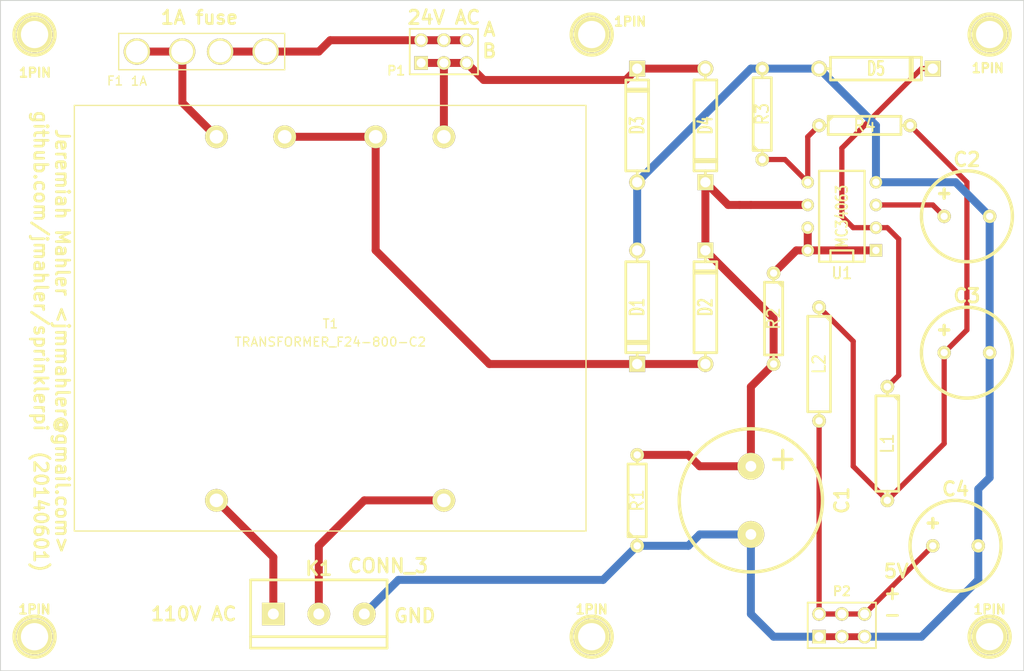
<source format=kicad_pcb>
(kicad_pcb (version 3) (host pcbnew "(2013-jul-07)-stable")

  (general
    (links 49)
    (no_connects 0)
    (area 66.810001 60.274999 201.345001 135.305001)
    (thickness 1.6)
    (drawings 11)
    (tracks 96)
    (zones 0)
    (modules 27)
    (nets 15)
  )

  (page USLetter)
  (layers
    (15 F.Cu signal)
    (0 B.Cu signal)
    (16 B.Adhes user)
    (17 F.Adhes user)
    (18 B.Paste user)
    (19 F.Paste user)
    (20 B.SilkS user)
    (21 F.SilkS user)
    (22 B.Mask user)
    (23 F.Mask user)
    (24 Dwgs.User user)
    (25 Cmts.User user)
    (26 Eco1.User user)
    (27 Eco2.User user)
    (28 Edge.Cuts user)
  )

  (setup
    (last_trace_width 0.889)
    (user_trace_width 0.254)
    (user_trace_width 0.3048)
    (user_trace_width 0.381)
    (user_trace_width 0.5842)
    (user_trace_width 0.762)
    (user_trace_width 0.889)
    (trace_clearance 0.254)
    (zone_clearance 0.508)
    (zone_45_only no)
    (trace_min 0.254)
    (segment_width 0.2)
    (edge_width 0.1)
    (via_size 0.889)
    (via_drill 0.635)
    (via_min_size 0.889)
    (via_min_drill 0.508)
    (user_via 1.905 0.508)
    (uvia_size 0.508)
    (uvia_drill 0.127)
    (uvias_allowed no)
    (uvia_min_size 0.508)
    (uvia_min_drill 0.127)
    (pcb_text_width 0.3)
    (pcb_text_size 1.5 1.5)
    (mod_edge_width 0.15)
    (mod_text_size 1 1)
    (mod_text_width 0.15)
    (pad_size 2.9464 2.9464)
    (pad_drill 2.4384)
    (pad_to_mask_clearance 0)
    (aux_axis_origin 0 0)
    (visible_elements FFFFFFBF)
    (pcbplotparams
      (layerselection 3178497)
      (usegerberextensions true)
      (excludeedgelayer true)
      (linewidth 0.150000)
      (plotframeref false)
      (viasonmask false)
      (mode 1)
      (useauxorigin false)
      (hpglpennumber 1)
      (hpglpenspeed 20)
      (hpglpendiameter 15)
      (hpglpenoverlay 2)
      (psnegative false)
      (psa4output false)
      (plotreference true)
      (plotvalue true)
      (plotothertext true)
      (plotinvisibletext false)
      (padsonsilk false)
      (subtractmaskfromsilk false)
      (outputformat 1)
      (mirror false)
      (drillshape 1)
      (scaleselection 1)
      (outputdirectory ""))
  )

  (net 0 "")
  (net 1 GND)
  (net 2 N-000001)
  (net 3 N-0000010)
  (net 4 N-0000012)
  (net 5 N-0000013)
  (net 6 N-0000014)
  (net 7 N-0000015)
  (net 8 N-000002)
  (net 9 N-000003)
  (net 10 N-000004)
  (net 11 N-000005)
  (net 12 N-000006)
  (net 13 N-000008)
  (net 14 N-000009)

  (net_class Default "This is the default net class."
    (clearance 0.254)
    (trace_width 0.254)
    (via_dia 0.889)
    (via_drill 0.635)
    (uvia_dia 0.508)
    (uvia_drill 0.127)
    (add_net "")
    (add_net GND)
    (add_net N-000001)
    (add_net N-0000010)
    (add_net N-0000012)
    (add_net N-0000013)
    (add_net N-0000014)
    (add_net N-0000015)
    (add_net N-000002)
    (add_net N-000003)
    (add_net N-000004)
    (add_net N-000005)
    (add_net N-000006)
    (add_net N-000008)
    (add_net N-000009)
  )

  (module TRANSFORMER_F24-800-C2 (layer F.Cu) (tedit 52CA3D01) (tstamp 52CAF668)
    (at 123.825 75.565)
    (path /52CB0ADB)
    (fp_text reference T1 (at 0.0254 20.9042) (layer F.SilkS)
      (effects (font (size 1 1) (thickness 0.15)))
    )
    (fp_text value TRANSFORMER_F24-800-C2 (at 0.0254 22.9362) (layer F.SilkS)
      (effects (font (size 1 1) (thickness 0.15)))
    )
    (fp_line (start -28.575 -3.5052) (end 28.575 -3.5052) (layer F.SilkS) (width 0.15))
    (fp_line (start 28.575 -3.5052) (end 28.575 44.069) (layer F.SilkS) (width 0.15))
    (fp_line (start 28.575 44.069) (end -28.575 44.069) (layer F.SilkS) (width 0.15))
    (fp_line (start -28.575 44.069) (end -28.575 -3.5052) (layer F.SilkS) (width 0.15))
    (pad 1 thru_hole circle (at -12.7 40.64) (size 2.54 2.54) (drill 1.524)
      (layers *.Cu *.Mask F.SilkS)
      (net 11 N-000005)
    )
    (pad 5 thru_hole circle (at -12.7 0) (size 2.54 2.54) (drill 1.524)
      (layers *.Cu *.Mask F.SilkS)
      (net 8 N-000002)
    )
    (pad 6 thru_hole circle (at -5.08 0) (size 2.54 2.54) (drill 1.524)
      (layers *.Cu *.Mask F.SilkS)
      (net 10 N-000004)
    )
    (pad 7 thru_hole circle (at 5.08 0) (size 2.54 2.54) (drill 1.524)
      (layers *.Cu *.Mask F.SilkS)
      (net 10 N-000004)
    )
    (pad 8 thru_hole circle (at 12.7 0) (size 2.54 2.54) (drill 1.524)
      (layers *.Cu *.Mask F.SilkS)
      (net 3 N-0000010)
    )
    (pad 4 thru_hole circle (at 12.7 40.64) (size 2.54 2.54) (drill 1.524)
      (layers *.Cu *.Mask F.SilkS)
      (net 9 N-000003)
    )
  )

  (module R5 (layer F.Cu) (tedit 200000) (tstamp 52CAF675)
    (at 186.055 109.855 270)
    (descr "Resistance 5 pas")
    (tags R)
    (path /52C7240C)
    (autoplace_cost180 10)
    (fp_text reference L1 (at 0 0 270) (layer F.SilkS)
      (effects (font (size 1.397 1.27) (thickness 0.2032)))
    )
    (fp_text value 220uH (at 0 0 270) (layer F.SilkS) hide
      (effects (font (size 1.397 1.27) (thickness 0.2032)))
    )
    (fp_line (start -6.35 0) (end -5.334 0) (layer F.SilkS) (width 0.3048))
    (fp_line (start 6.35 0) (end 5.334 0) (layer F.SilkS) (width 0.3048))
    (fp_line (start 5.334 -1.27) (end 5.334 1.27) (layer F.SilkS) (width 0.3048))
    (fp_line (start 5.334 1.27) (end -5.334 1.27) (layer F.SilkS) (width 0.3048))
    (fp_line (start -5.334 1.27) (end -5.334 -1.27) (layer F.SilkS) (width 0.3048))
    (fp_line (start -5.334 -1.27) (end 5.334 -1.27) (layer F.SilkS) (width 0.3048))
    (fp_line (start -5.334 -0.762) (end -4.826 -1.27) (layer F.SilkS) (width 0.3048))
    (pad 1 thru_hole circle (at -6.35 0 270) (size 1.524 1.524) (drill 0.8128)
      (layers *.Cu *.Mask F.SilkS)
      (net 4 N-0000012)
    )
    (pad 2 thru_hole circle (at 6.35 0 270) (size 1.524 1.524) (drill 0.8128)
      (layers *.Cu *.Mask F.SilkS)
      (net 6 N-0000014)
    )
    (model discret/resistor.wrl
      (at (xyz 0 0 0))
      (scale (xyz 0.5 0.5 0.5))
      (rotate (xyz 0 0 0))
    )
  )

  (module R5 (layer F.Cu) (tedit 200000) (tstamp 52CAFA4B)
    (at 178.435 100.965 270)
    (descr "Resistance 5 pas")
    (tags R)
    (path /52C7244C)
    (autoplace_cost180 10)
    (fp_text reference L2 (at 0 0 270) (layer F.SilkS)
      (effects (font (size 1.397 1.27) (thickness 0.2032)))
    )
    (fp_text value "1.0 uH" (at 0 0 270) (layer F.SilkS) hide
      (effects (font (size 1.397 1.27) (thickness 0.2032)))
    )
    (fp_line (start -6.35 0) (end -5.334 0) (layer F.SilkS) (width 0.3048))
    (fp_line (start 6.35 0) (end 5.334 0) (layer F.SilkS) (width 0.3048))
    (fp_line (start 5.334 -1.27) (end 5.334 1.27) (layer F.SilkS) (width 0.3048))
    (fp_line (start 5.334 1.27) (end -5.334 1.27) (layer F.SilkS) (width 0.3048))
    (fp_line (start -5.334 1.27) (end -5.334 -1.27) (layer F.SilkS) (width 0.3048))
    (fp_line (start -5.334 -1.27) (end 5.334 -1.27) (layer F.SilkS) (width 0.3048))
    (fp_line (start -5.334 -0.762) (end -4.826 -1.27) (layer F.SilkS) (width 0.3048))
    (pad 1 thru_hole circle (at -6.35 0 270) (size 1.524 1.524) (drill 0.8128)
      (layers *.Cu *.Mask F.SilkS)
      (net 6 N-0000014)
    )
    (pad 2 thru_hole circle (at 6.35 0 270) (size 1.524 1.524) (drill 0.8128)
      (layers *.Cu *.Mask F.SilkS)
      (net 12 N-000006)
    )
    (model discret/resistor.wrl
      (at (xyz 0 0 0))
      (scale (xyz 0.5 0.5 0.5))
      (rotate (xyz 0 0 0))
    )
  )

  (module R4 (layer F.Cu) (tedit 200000) (tstamp 52CAF690)
    (at 173.355 95.885 270)
    (descr "Resitance 4 pas")
    (tags R)
    (path /52C723D8)
    (autoplace_cost180 10)
    (fp_text reference R2 (at 0 0 270) (layer F.SilkS)
      (effects (font (size 1.397 1.27) (thickness 0.2032)))
    )
    (fp_text value 0.25 (at 0 0 270) (layer F.SilkS) hide
      (effects (font (size 1.397 1.27) (thickness 0.2032)))
    )
    (fp_line (start -5.08 0) (end -4.064 0) (layer F.SilkS) (width 0.3048))
    (fp_line (start -4.064 0) (end -4.064 -1.016) (layer F.SilkS) (width 0.3048))
    (fp_line (start -4.064 -1.016) (end 4.064 -1.016) (layer F.SilkS) (width 0.3048))
    (fp_line (start 4.064 -1.016) (end 4.064 1.016) (layer F.SilkS) (width 0.3048))
    (fp_line (start 4.064 1.016) (end -4.064 1.016) (layer F.SilkS) (width 0.3048))
    (fp_line (start -4.064 1.016) (end -4.064 0) (layer F.SilkS) (width 0.3048))
    (fp_line (start -4.064 -0.508) (end -3.556 -1.016) (layer F.SilkS) (width 0.3048))
    (fp_line (start 5.08 0) (end 4.064 0) (layer F.SilkS) (width 0.3048))
    (pad 1 thru_hole circle (at -5.08 0 270) (size 1.524 1.524) (drill 0.8128)
      (layers *.Cu *.Mask F.SilkS)
      (net 14 N-000009)
    )
    (pad 2 thru_hole circle (at 5.08 0 270) (size 1.524 1.524) (drill 0.8128)
      (layers *.Cu *.Mask F.SilkS)
      (net 7 N-0000015)
    )
    (model discret/resistor.wrl
      (at (xyz 0 0 0))
      (scale (xyz 0.4 0.4 0.4))
      (rotate (xyz 0 0 0))
    )
  )

  (module pin_array_3x2 (layer F.Cu) (tedit 42931587) (tstamp 52CAF6C8)
    (at 180.975 130.175)
    (descr "Double rangee de contacts 2 x 4 pins")
    (tags CONN)
    (path /52C76BB5)
    (fp_text reference P2 (at 0 -3.81) (layer F.SilkS)
      (effects (font (size 1.016 1.016) (thickness 0.2032)))
    )
    (fp_text value CONN_3X2 (at 0 3.81) (layer F.SilkS) hide
      (effects (font (size 1.016 1.016) (thickness 0.2032)))
    )
    (fp_line (start 3.81 2.54) (end -3.81 2.54) (layer F.SilkS) (width 0.2032))
    (fp_line (start -3.81 -2.54) (end 3.81 -2.54) (layer F.SilkS) (width 0.2032))
    (fp_line (start 3.81 -2.54) (end 3.81 2.54) (layer F.SilkS) (width 0.2032))
    (fp_line (start -3.81 2.54) (end -3.81 -2.54) (layer F.SilkS) (width 0.2032))
    (pad 1 thru_hole rect (at -2.54 1.27) (size 1.524 1.524) (drill 1.016)
      (layers *.Cu *.Mask F.SilkS)
      (net 1 GND)
    )
    (pad 2 thru_hole circle (at -2.54 -1.27) (size 1.524 1.524) (drill 1.016)
      (layers *.Cu *.Mask F.SilkS)
      (net 12 N-000006)
    )
    (pad 3 thru_hole circle (at 0 1.27) (size 1.524 1.524) (drill 1.016)
      (layers *.Cu *.Mask F.SilkS)
      (net 1 GND)
    )
    (pad 4 thru_hole circle (at 0 -1.27) (size 1.524 1.524) (drill 1.016)
      (layers *.Cu *.Mask F.SilkS)
      (net 12 N-000006)
    )
    (pad 5 thru_hole circle (at 2.54 1.27) (size 1.524 1.524) (drill 1.016)
      (layers *.Cu *.Mask F.SilkS)
      (net 1 GND)
    )
    (pad 6 thru_hole circle (at 2.54 -1.27) (size 1.524 1.524) (drill 1.016)
      (layers *.Cu *.Mask F.SilkS)
      (net 12 N-000006)
    )
    (model pin_array/pins_array_3x2.wrl
      (at (xyz 0 0 0))
      (scale (xyz 1 1 1))
      (rotate (xyz 0 0 0))
    )
  )

  (module pin_array_3x2 (layer F.Cu) (tedit 52CB4B85) (tstamp 52CAF6D6)
    (at 136.525 66.04)
    (descr "Double rangee de contacts 2 x 4 pins")
    (tags CONN)
    (path /52C767AF)
    (fp_text reference P1 (at -5.334 2.1336) (layer F.SilkS)
      (effects (font (size 1.016 1.016) (thickness 0.2032)))
    )
    (fp_text value CONN_3X2 (at 0 3.81) (layer F.SilkS) hide
      (effects (font (size 1.016 1.016) (thickness 0.2032)))
    )
    (fp_line (start 3.81 2.54) (end -3.81 2.54) (layer F.SilkS) (width 0.2032))
    (fp_line (start -3.81 -2.54) (end 3.81 -2.54) (layer F.SilkS) (width 0.2032))
    (fp_line (start 3.81 -2.54) (end 3.81 2.54) (layer F.SilkS) (width 0.2032))
    (fp_line (start -3.81 2.54) (end -3.81 -2.54) (layer F.SilkS) (width 0.2032))
    (pad 1 thru_hole rect (at -2.54 1.27) (size 1.524 1.524) (drill 1.016)
      (layers *.Cu *.Mask F.SilkS)
      (net 3 N-0000010)
    )
    (pad 2 thru_hole circle (at -2.54 -1.27) (size 1.524 1.524) (drill 1.016)
      (layers *.Cu *.Mask F.SilkS)
      (net 2 N-000001)
    )
    (pad 3 thru_hole circle (at 0 1.27) (size 1.524 1.524) (drill 1.016)
      (layers *.Cu *.Mask F.SilkS)
      (net 3 N-0000010)
    )
    (pad 4 thru_hole circle (at 0 -1.27) (size 1.524 1.524) (drill 1.016)
      (layers *.Cu *.Mask F.SilkS)
      (net 2 N-000001)
    )
    (pad 5 thru_hole circle (at 2.54 1.27) (size 1.524 1.524) (drill 1.016)
      (layers *.Cu *.Mask F.SilkS)
      (net 3 N-0000010)
    )
    (pad 6 thru_hole circle (at 2.54 -1.27) (size 1.524 1.524) (drill 1.016)
      (layers *.Cu *.Mask F.SilkS)
      (net 2 N-000001)
    )
    (model pin_array/pins_array_3x2.wrl
      (at (xyz 0 0 0))
      (scale (xyz 1 1 1))
      (rotate (xyz 0 0 0))
    )
  )

  (module Elko_vert_DM10_RM5_CopperClear (layer F.Cu) (tedit 4EFCDF72) (tstamp 52CAF6F4)
    (at 194.945 84.455)
    (descr "Electrolytic Capacitor, vertical, diameter 10mm, RM 5mm, Copper without +, radial,")
    (tags "Electrolytic Capacitor, vertical, diameter 10mm, RM 5mm, Elko, Electrolytkondensator, Kondensator gepolt, Durchmesser 10mm, Copper without +, radial,")
    (path /52C723F7)
    (fp_text reference C2 (at 0 -6.35) (layer F.SilkS)
      (effects (font (size 1.524 1.524) (thickness 0.3048)))
    )
    (fp_text value "470 pF" (at 0 6.35) (layer F.SilkS) hide
      (effects (font (size 1.524 1.524) (thickness 0.3048)))
    )
    (fp_line (start -2.54 -3.048) (end -2.54 -2.032) (layer F.SilkS) (width 0.381))
    (fp_line (start -3.048 -2.54) (end -2.032 -2.54) (layer F.SilkS) (width 0.381))
    (fp_circle (center 0 0) (end 5.08 0) (layer F.SilkS) (width 0.381))
    (pad 2 thru_hole circle (at 2.54 0) (size 1.50114 1.50114) (drill 0.8001)
      (layers *.Cu *.Mask F.SilkS)
      (net 1 GND)
    )
    (pad 1 thru_hole circle (at -2.54 0) (size 1.50114 1.50114) (drill 0.8001)
      (layers *.Cu *.Mask F.SilkS)
      (net 13 N-000008)
    )
  )

  (module Elko_vert_DM10_RM5_CopperClear (layer F.Cu) (tedit 4EFCDF72) (tstamp 52CAF6FD)
    (at 193.675 121.285)
    (descr "Electrolytic Capacitor, vertical, diameter 10mm, RM 5mm, Copper without +, radial,")
    (tags "Electrolytic Capacitor, vertical, diameter 10mm, RM 5mm, Elko, Electrolytkondensator, Kondensator gepolt, Durchmesser 10mm, Copper without +, radial,")
    (path /52C72452)
    (fp_text reference C4 (at 0 -6.35) (layer F.SilkS)
      (effects (font (size 1.524 1.524) (thickness 0.3048)))
    )
    (fp_text value "1.0 uF" (at 0 6.35) (layer F.SilkS) hide
      (effects (font (size 1.524 1.524) (thickness 0.3048)))
    )
    (fp_line (start -2.54 -3.048) (end -2.54 -2.032) (layer F.SilkS) (width 0.381))
    (fp_line (start -3.048 -2.54) (end -2.032 -2.54) (layer F.SilkS) (width 0.381))
    (fp_circle (center 0 0) (end 5.08 0) (layer F.SilkS) (width 0.381))
    (pad 2 thru_hole circle (at 2.54 0) (size 1.50114 1.50114) (drill 0.8001)
      (layers *.Cu *.Mask F.SilkS)
      (net 1 GND)
    )
    (pad 1 thru_hole circle (at -2.54 0) (size 1.50114 1.50114) (drill 0.8001)
      (layers *.Cu *.Mask F.SilkS)
      (net 12 N-000006)
    )
  )

  (module Elko_vert_DM10_RM5_CopperClear (layer F.Cu) (tedit 4EFCDF72) (tstamp 52CAF706)
    (at 194.945 99.695)
    (descr "Electrolytic Capacitor, vertical, diameter 10mm, RM 5mm, Copper without +, radial,")
    (tags "Electrolytic Capacitor, vertical, diameter 10mm, RM 5mm, Elko, Electrolytkondensator, Kondensator gepolt, Durchmesser 10mm, Copper without +, radial,")
    (path /52C72412)
    (fp_text reference C3 (at 0 -6.35) (layer F.SilkS)
      (effects (font (size 1.524 1.524) (thickness 0.3048)))
    )
    (fp_text value "180 uF" (at 0 6.35) (layer F.SilkS) hide
      (effects (font (size 1.524 1.524) (thickness 0.3048)))
    )
    (fp_line (start -2.54 -3.048) (end -2.54 -2.032) (layer F.SilkS) (width 0.381))
    (fp_line (start -3.048 -2.54) (end -2.032 -2.54) (layer F.SilkS) (width 0.381))
    (fp_circle (center 0 0) (end 5.08 0) (layer F.SilkS) (width 0.381))
    (pad 2 thru_hole circle (at 2.54 0) (size 1.50114 1.50114) (drill 0.8001)
      (layers *.Cu *.Mask F.SilkS)
      (net 1 GND)
    )
    (pad 1 thru_hole circle (at -2.54 0) (size 1.50114 1.50114) (drill 0.8001)
      (layers *.Cu *.Mask F.SilkS)
      (net 6 N-0000014)
    )
  )

  (module DIP-8__300 (layer F.Cu) (tedit 43A7F843) (tstamp 52CAF719)
    (at 180.975 84.455 90)
    (descr "8 pins DIL package, round pads")
    (tags DIL)
    (path /52C723B6)
    (fp_text reference U1 (at -6.35 0 180) (layer F.SilkS)
      (effects (font (size 1.27 1.143) (thickness 0.2032)))
    )
    (fp_text value MC34063 (at 0 0 90) (layer F.SilkS)
      (effects (font (size 1.27 1.016) (thickness 0.2032)))
    )
    (fp_line (start -5.08 -1.27) (end -3.81 -1.27) (layer F.SilkS) (width 0.254))
    (fp_line (start -3.81 -1.27) (end -3.81 1.27) (layer F.SilkS) (width 0.254))
    (fp_line (start -3.81 1.27) (end -5.08 1.27) (layer F.SilkS) (width 0.254))
    (fp_line (start -5.08 -2.54) (end 5.08 -2.54) (layer F.SilkS) (width 0.254))
    (fp_line (start 5.08 -2.54) (end 5.08 2.54) (layer F.SilkS) (width 0.254))
    (fp_line (start 5.08 2.54) (end -5.08 2.54) (layer F.SilkS) (width 0.254))
    (fp_line (start -5.08 2.54) (end -5.08 -2.54) (layer F.SilkS) (width 0.254))
    (pad 1 thru_hole rect (at -3.81 3.81 90) (size 1.397 1.397) (drill 0.8128)
      (layers *.Cu *.Mask F.SilkS)
      (net 14 N-000009)
    )
    (pad 2 thru_hole circle (at -1.27 3.81 90) (size 1.397 1.397) (drill 0.8128)
      (layers *.Cu *.Mask F.SilkS)
      (net 4 N-0000012)
    )
    (pad 3 thru_hole circle (at 1.27 3.81 90) (size 1.397 1.397) (drill 0.8128)
      (layers *.Cu *.Mask F.SilkS)
      (net 13 N-000008)
    )
    (pad 4 thru_hole circle (at 3.81 3.81 90) (size 1.397 1.397) (drill 0.8128)
      (layers *.Cu *.Mask F.SilkS)
      (net 1 GND)
    )
    (pad 5 thru_hole circle (at 3.81 -3.81 90) (size 1.397 1.397) (drill 0.8128)
      (layers *.Cu *.Mask F.SilkS)
      (net 5 N-0000013)
    )
    (pad 6 thru_hole circle (at 1.27 -3.81 90) (size 1.397 1.397) (drill 0.8128)
      (layers *.Cu *.Mask F.SilkS)
      (net 7 N-0000015)
    )
    (pad 7 thru_hole circle (at -1.27 -3.81 90) (size 1.397 1.397) (drill 0.8128)
      (layers *.Cu *.Mask F.SilkS)
      (net 14 N-000009)
    )
    (pad 8 thru_hole circle (at -3.81 -3.81 90) (size 1.397 1.397) (drill 0.8128)
      (layers *.Cu *.Mask F.SilkS)
      (net 14 N-000009)
    )
    (model dil/dil_8.wrl
      (at (xyz 0 0 0))
      (scale (xyz 1 1 1))
      (rotate (xyz 0 0 0))
    )
  )

  (module D5 (layer F.Cu) (tedit 200000) (tstamp 52CB2469)
    (at 184.785 67.945)
    (descr "Diode 5 pas")
    (tags "DIODE DEV")
    (path /52C72406)
    (fp_text reference D5 (at 0 0) (layer F.SilkS)
      (effects (font (size 1.524 1.016) (thickness 0.3048)))
    )
    (fp_text value 1N5819 (at -0.254 0) (layer F.SilkS) hide
      (effects (font (size 1.524 1.016) (thickness 0.3048)))
    )
    (fp_line (start 6.35 0) (end 5.08 0) (layer F.SilkS) (width 0.3048))
    (fp_line (start 5.08 0) (end 5.08 -1.27) (layer F.SilkS) (width 0.3048))
    (fp_line (start 5.08 -1.27) (end -5.08 -1.27) (layer F.SilkS) (width 0.3048))
    (fp_line (start -5.08 -1.27) (end -5.08 0) (layer F.SilkS) (width 0.3048))
    (fp_line (start -5.08 0) (end -6.35 0) (layer F.SilkS) (width 0.3048))
    (fp_line (start -5.08 0) (end -5.08 1.27) (layer F.SilkS) (width 0.3048))
    (fp_line (start -5.08 1.27) (end 5.08 1.27) (layer F.SilkS) (width 0.3048))
    (fp_line (start 5.08 1.27) (end 5.08 0) (layer F.SilkS) (width 0.3048))
    (fp_line (start 3.81 -1.27) (end 3.81 1.27) (layer F.SilkS) (width 0.3048))
    (fp_line (start 4.064 -1.27) (end 4.064 1.27) (layer F.SilkS) (width 0.3048))
    (pad 1 thru_hole circle (at -6.35 0) (size 1.778 1.778) (drill 1.143)
      (layers *.Cu *.Mask F.SilkS)
      (net 1 GND)
    )
    (pad 2 thru_hole rect (at 6.35 0) (size 1.778 1.778) (drill 1.143)
      (layers *.Cu *.Mask F.SilkS)
      (net 4 N-0000012)
    )
    (model discret/diode.wrl
      (at (xyz 0 0 0))
      (scale (xyz 0.5 0.5 0.5))
      (rotate (xyz 0 0 0))
    )
  )

  (module D5 (layer F.Cu) (tedit 200000) (tstamp 52CAF739)
    (at 158.115 94.615 270)
    (descr "Diode 5 pas")
    (tags "DIODE DEV")
    (path /52C723AA)
    (fp_text reference D1 (at 0 0 270) (layer F.SilkS)
      (effects (font (size 1.524 1.016) (thickness 0.3048)))
    )
    (fp_text value DIODE (at -0.254 0 270) (layer F.SilkS) hide
      (effects (font (size 1.524 1.016) (thickness 0.3048)))
    )
    (fp_line (start 6.35 0) (end 5.08 0) (layer F.SilkS) (width 0.3048))
    (fp_line (start 5.08 0) (end 5.08 -1.27) (layer F.SilkS) (width 0.3048))
    (fp_line (start 5.08 -1.27) (end -5.08 -1.27) (layer F.SilkS) (width 0.3048))
    (fp_line (start -5.08 -1.27) (end -5.08 0) (layer F.SilkS) (width 0.3048))
    (fp_line (start -5.08 0) (end -6.35 0) (layer F.SilkS) (width 0.3048))
    (fp_line (start -5.08 0) (end -5.08 1.27) (layer F.SilkS) (width 0.3048))
    (fp_line (start -5.08 1.27) (end 5.08 1.27) (layer F.SilkS) (width 0.3048))
    (fp_line (start 5.08 1.27) (end 5.08 0) (layer F.SilkS) (width 0.3048))
    (fp_line (start 3.81 -1.27) (end 3.81 1.27) (layer F.SilkS) (width 0.3048))
    (fp_line (start 4.064 -1.27) (end 4.064 1.27) (layer F.SilkS) (width 0.3048))
    (pad 1 thru_hole circle (at -6.35 0 270) (size 1.778 1.778) (drill 1.143)
      (layers *.Cu *.Mask F.SilkS)
      (net 1 GND)
    )
    (pad 2 thru_hole rect (at 6.35 0 270) (size 1.778 1.778) (drill 1.143)
      (layers *.Cu *.Mask F.SilkS)
      (net 10 N-000004)
    )
    (model discret/diode.wrl
      (at (xyz 0 0 0))
      (scale (xyz 0.5 0.5 0.5))
      (rotate (xyz 0 0 0))
    )
  )

  (module D5 (layer F.Cu) (tedit 200000) (tstamp 52CAF749)
    (at 165.735 74.295 270)
    (descr "Diode 5 pas")
    (tags "DIODE DEV")
    (path /52C723A4)
    (fp_text reference D4 (at 0 0 270) (layer F.SilkS)
      (effects (font (size 1.524 1.016) (thickness 0.3048)))
    )
    (fp_text value DIODE (at -0.254 0 270) (layer F.SilkS) hide
      (effects (font (size 1.524 1.016) (thickness 0.3048)))
    )
    (fp_line (start 6.35 0) (end 5.08 0) (layer F.SilkS) (width 0.3048))
    (fp_line (start 5.08 0) (end 5.08 -1.27) (layer F.SilkS) (width 0.3048))
    (fp_line (start 5.08 -1.27) (end -5.08 -1.27) (layer F.SilkS) (width 0.3048))
    (fp_line (start -5.08 -1.27) (end -5.08 0) (layer F.SilkS) (width 0.3048))
    (fp_line (start -5.08 0) (end -6.35 0) (layer F.SilkS) (width 0.3048))
    (fp_line (start -5.08 0) (end -5.08 1.27) (layer F.SilkS) (width 0.3048))
    (fp_line (start -5.08 1.27) (end 5.08 1.27) (layer F.SilkS) (width 0.3048))
    (fp_line (start 5.08 1.27) (end 5.08 0) (layer F.SilkS) (width 0.3048))
    (fp_line (start 3.81 -1.27) (end 3.81 1.27) (layer F.SilkS) (width 0.3048))
    (fp_line (start 4.064 -1.27) (end 4.064 1.27) (layer F.SilkS) (width 0.3048))
    (pad 1 thru_hole circle (at -6.35 0 270) (size 1.778 1.778) (drill 1.143)
      (layers *.Cu *.Mask F.SilkS)
      (net 3 N-0000010)
    )
    (pad 2 thru_hole rect (at 6.35 0 270) (size 1.778 1.778) (drill 1.143)
      (layers *.Cu *.Mask F.SilkS)
      (net 7 N-0000015)
    )
    (model discret/diode.wrl
      (at (xyz 0 0 0))
      (scale (xyz 0.5 0.5 0.5))
      (rotate (xyz 0 0 0))
    )
  )

  (module D5 (layer F.Cu) (tedit 200000) (tstamp 52CAF759)
    (at 158.115 74.295 90)
    (descr "Diode 5 pas")
    (tags "DIODE DEV")
    (path /52C7239E)
    (fp_text reference D3 (at 0 0 90) (layer F.SilkS)
      (effects (font (size 1.524 1.016) (thickness 0.3048)))
    )
    (fp_text value DIODE (at -0.254 0 90) (layer F.SilkS) hide
      (effects (font (size 1.524 1.016) (thickness 0.3048)))
    )
    (fp_line (start 6.35 0) (end 5.08 0) (layer F.SilkS) (width 0.3048))
    (fp_line (start 5.08 0) (end 5.08 -1.27) (layer F.SilkS) (width 0.3048))
    (fp_line (start 5.08 -1.27) (end -5.08 -1.27) (layer F.SilkS) (width 0.3048))
    (fp_line (start -5.08 -1.27) (end -5.08 0) (layer F.SilkS) (width 0.3048))
    (fp_line (start -5.08 0) (end -6.35 0) (layer F.SilkS) (width 0.3048))
    (fp_line (start -5.08 0) (end -5.08 1.27) (layer F.SilkS) (width 0.3048))
    (fp_line (start -5.08 1.27) (end 5.08 1.27) (layer F.SilkS) (width 0.3048))
    (fp_line (start 5.08 1.27) (end 5.08 0) (layer F.SilkS) (width 0.3048))
    (fp_line (start 3.81 -1.27) (end 3.81 1.27) (layer F.SilkS) (width 0.3048))
    (fp_line (start 4.064 -1.27) (end 4.064 1.27) (layer F.SilkS) (width 0.3048))
    (pad 1 thru_hole circle (at -6.35 0 90) (size 1.778 1.778) (drill 1.143)
      (layers *.Cu *.Mask F.SilkS)
      (net 1 GND)
    )
    (pad 2 thru_hole rect (at 6.35 0 90) (size 1.778 1.778) (drill 1.143)
      (layers *.Cu *.Mask F.SilkS)
      (net 3 N-0000010)
    )
    (model discret/diode.wrl
      (at (xyz 0 0 0))
      (scale (xyz 0.5 0.5 0.5))
      (rotate (xyz 0 0 0))
    )
  )

  (module D5 (layer F.Cu) (tedit 200000) (tstamp 52CAF769)
    (at 165.735 94.615 90)
    (descr "Diode 5 pas")
    (tags "DIODE DEV")
    (path /52C72398)
    (fp_text reference D2 (at 0 0 90) (layer F.SilkS)
      (effects (font (size 1.524 1.016) (thickness 0.3048)))
    )
    (fp_text value DIODE (at -0.254 0 90) (layer F.SilkS) hide
      (effects (font (size 1.524 1.016) (thickness 0.3048)))
    )
    (fp_line (start 6.35 0) (end 5.08 0) (layer F.SilkS) (width 0.3048))
    (fp_line (start 5.08 0) (end 5.08 -1.27) (layer F.SilkS) (width 0.3048))
    (fp_line (start 5.08 -1.27) (end -5.08 -1.27) (layer F.SilkS) (width 0.3048))
    (fp_line (start -5.08 -1.27) (end -5.08 0) (layer F.SilkS) (width 0.3048))
    (fp_line (start -5.08 0) (end -6.35 0) (layer F.SilkS) (width 0.3048))
    (fp_line (start -5.08 0) (end -5.08 1.27) (layer F.SilkS) (width 0.3048))
    (fp_line (start -5.08 1.27) (end 5.08 1.27) (layer F.SilkS) (width 0.3048))
    (fp_line (start 5.08 1.27) (end 5.08 0) (layer F.SilkS) (width 0.3048))
    (fp_line (start 3.81 -1.27) (end 3.81 1.27) (layer F.SilkS) (width 0.3048))
    (fp_line (start 4.064 -1.27) (end 4.064 1.27) (layer F.SilkS) (width 0.3048))
    (pad 1 thru_hole circle (at -6.35 0 90) (size 1.778 1.778) (drill 1.143)
      (layers *.Cu *.Mask F.SilkS)
      (net 10 N-000004)
    )
    (pad 2 thru_hole rect (at 6.35 0 90) (size 1.778 1.778) (drill 1.143)
      (layers *.Cu *.Mask F.SilkS)
      (net 7 N-0000015)
    )
    (model discret/diode.wrl
      (at (xyz 0 0 0))
      (scale (xyz 0.5 0.5 0.5))
      (rotate (xyz 0 0 0))
    )
  )

  (module FUSE_HOLDER_100057 (layer F.Cu) (tedit 52CB4B73) (tstamp 52CB4632)
    (at 109.855 66.04)
    (path /52C720F9)
    (fp_text reference F1 (at -10.0584 3.2766) (layer F.SilkS)
      (effects (font (size 1 1) (thickness 0.15)))
    )
    (fp_text value 1A (at -7.3914 3.302) (layer F.SilkS)
      (effects (font (size 1 1) (thickness 0.15)))
    )
    (fp_line (start 8.89 -2.032) (end 8.89 2.032) (layer F.SilkS) (width 0.15))
    (fp_line (start 8.89 2.032) (end -9.652 2.032) (layer F.SilkS) (width 0.15))
    (fp_line (start -9.652 2.032) (end -9.652 -2.032) (layer F.SilkS) (width 0.15))
    (fp_line (start -9.652 -2.032) (end 8.89 -2.032) (layer F.SilkS) (width 0.15))
    (pad 1 thru_hole circle (at -7.62 0) (size 2.9464 2.9464) (drill 2.4384)
      (layers *.Cu *.Mask F.SilkS)
      (net 8 N-000002)
    )
    (pad 1 thru_hole circle (at -2.5654 0) (size 2.9464 2.9464) (drill 2.4384)
      (layers *.Cu *.Mask F.SilkS)
      (net 8 N-000002)
    )
    (pad 2 thru_hole circle (at 1.6764 0) (size 2.9464 2.9464) (drill 2.4384)
      (layers *.Cu *.Mask F.SilkS)
      (net 2 N-000001)
    )
    (pad 2 thru_hole circle (at 6.7564 0) (size 2.9464 2.9464) (drill 2.4384)
      (layers *.Cu *.Mask F.SilkS)
      (net 2 N-000001)
    )
  )

  (module bornier3_V (layer F.Cu) (tedit 52CB4B9F) (tstamp 52CB0D48)
    (at 122.555 128.905)
    (descr "Bornier d'alimentation 3 pins")
    (tags DEV)
    (path /52C02A8A)
    (fp_text reference K1 (at 0 -5.08) (layer F.SilkS)
      (effects (font (size 1.524 1.524) (thickness 0.3048)))
    )
    (fp_text value CONN_3 (at 7.7216 -5.3848) (layer F.SilkS)
      (effects (font (size 1.524 1.524) (thickness 0.3048)))
    )
    (fp_line (start -7.62 3.81) (end -7.62 -3.81) (layer F.SilkS) (width 0.3048))
    (fp_line (start 7.62 3.81) (end 7.62 -3.81) (layer F.SilkS) (width 0.3048))
    (fp_line (start -7.62 2.54) (end 7.62 2.54) (layer F.SilkS) (width 0.3048))
    (fp_line (start -7.62 -3.81) (end 7.62 -3.81) (layer F.SilkS) (width 0.3048))
    (fp_line (start -7.62 3.81) (end 7.62 3.81) (layer F.SilkS) (width 0.3048))
    (pad 1 thru_hole rect (at -5.08 0) (size 2.54 2.54) (drill 1.22428)
      (layers *.Cu *.Mask F.SilkS)
      (net 11 N-000005)
    )
    (pad 2 thru_hole circle (at 0 0) (size 2.54 2.54) (drill 1.22428)
      (layers *.Cu *.Mask F.SilkS)
      (net 9 N-000003)
    )
    (pad 3 thru_hole circle (at 5.08 0) (size 2.54 2.54) (drill 1.22428)
      (layers *.Cu *.Mask F.SilkS)
      (net 1 GND)
    )
    (model borniers/bornier_3.wrl
      (at (xyz 0 0 0))
      (scale (xyz 1 1 1))
      (rotate (xyz 0 0 0))
    )
  )

  (module Elko_vert_DM16_RM7-5_CopperClear (layer F.Cu) (tedit 4EFCE0B7) (tstamp 52CB21A3)
    (at 170.815 116.205 270)
    (descr "Electrolytic Capacitor, vertical, diameter 16mm, RM 7,5mm, Copper without +,")
    (tags "Electrolytic Capacitor, vertical, diameter 16mm, RM 7,5mm, Elko, Electrolytkondensator, Kondensator gepolt, Durchmesser 16mm, Copper without +,")
    (path /52C723E7)
    (fp_text reference C1 (at 0 -10.16 270) (layer F.SilkS)
      (effects (font (size 1.524 1.524) (thickness 0.3048)))
    )
    (fp_text value "2200 uF" (at 0 10.16 270) (layer F.SilkS) hide
      (effects (font (size 1.524 1.524) (thickness 0.3048)))
    )
    (fp_line (start -5.588 -3.556) (end -3.556 -3.556) (layer F.SilkS) (width 0.381))
    (fp_line (start -4.572 -4.572) (end -4.572 -2.54) (layer F.SilkS) (width 0.381))
    (fp_circle (center 0 0) (end 8.001 0) (layer F.SilkS) (width 0.381))
    (pad 2 thru_hole circle (at 3.81 0 270) (size 2.99974 2.99974) (drill 1.19888)
      (layers *.Cu *.Mask F.SilkS)
      (net 1 GND)
    )
    (pad 1 thru_hole circle (at -3.81 0 270) (size 2.99974 2.99974) (drill 1.19888)
      (layers *.Cu *.Mask F.SilkS)
      (net 7 N-0000015)
    )
  )

  (module 1pin (layer F.Cu) (tedit 52CB4B8C) (tstamp 52CBD129)
    (at 153.035 64.135)
    (descr "module 1 pin (ou trou mecanique de percage)")
    (tags DEV)
    (path 1pin)
    (fp_text reference 1PIN (at 4.2926 -1.4478) (layer F.SilkS)
      (effects (font (size 1.016 1.016) (thickness 0.254)))
    )
    (fp_text value P*** (at 0 2.794) (layer F.SilkS) hide
      (effects (font (size 1.016 1.016) (thickness 0.254)))
    )
    (fp_circle (center 0 0) (end 0 -2.286) (layer F.SilkS) (width 0.381))
    (pad 1 thru_hole circle (at 0 0) (size 4.064 4.064) (drill 3.048)
      (layers *.Cu *.Mask F.SilkS)
    )
  )

  (module 1pin (layer F.Cu) (tedit 52CB4BAC) (tstamp 52CBD158)
    (at 90.805 64.135)
    (descr "module 1 pin (ou trou mecanique de percage)")
    (tags DEV)
    (path 1pin)
    (fp_text reference 1PIN (at 0.0508 4.2672) (layer F.SilkS)
      (effects (font (size 1.016 1.016) (thickness 0.254)))
    )
    (fp_text value P*** (at 0 2.794) (layer F.SilkS) hide
      (effects (font (size 1.016 1.016) (thickness 0.254)))
    )
    (fp_circle (center 0 0) (end 0 -2.286) (layer F.SilkS) (width 0.381))
    (pad 1 thru_hole circle (at 0 0) (size 4.064 4.064) (drill 3.048)
      (layers *.Cu *.Mask F.SilkS)
    )
  )

  (module 1pin (layer F.Cu) (tedit 200000) (tstamp 52CBD169)
    (at 90.805 131.445)
    (descr "module 1 pin (ou trou mecanique de percage)")
    (tags DEV)
    (path 1pin)
    (fp_text reference 1PIN (at 0 -3.048) (layer F.SilkS)
      (effects (font (size 1.016 1.016) (thickness 0.254)))
    )
    (fp_text value P*** (at 0 2.794) (layer F.SilkS) hide
      (effects (font (size 1.016 1.016) (thickness 0.254)))
    )
    (fp_circle (center 0 0) (end 0 -2.286) (layer F.SilkS) (width 0.381))
    (pad 1 thru_hole circle (at 0 0) (size 4.064 4.064) (drill 3.048)
      (layers *.Cu *.Mask F.SilkS)
    )
  )

  (module 1pin (layer F.Cu) (tedit 200000) (tstamp 52CBD17A)
    (at 153.035 131.445)
    (descr "module 1 pin (ou trou mecanique de percage)")
    (tags DEV)
    (path 1pin)
    (fp_text reference 1PIN (at 0 -3.048) (layer F.SilkS)
      (effects (font (size 1.016 1.016) (thickness 0.254)))
    )
    (fp_text value P*** (at 0 2.794) (layer F.SilkS) hide
      (effects (font (size 1.016 1.016) (thickness 0.254)))
    )
    (fp_circle (center 0 0) (end 0 -2.286) (layer F.SilkS) (width 0.381))
    (pad 1 thru_hole circle (at 0 0) (size 4.064 4.064) (drill 3.048)
      (layers *.Cu *.Mask F.SilkS)
    )
  )

  (module 1pin (layer F.Cu) (tedit 52CB4B94) (tstamp 52CBD191)
    (at 197.485 64.135)
    (descr "module 1 pin (ou trou mecanique de percage)")
    (tags DEV)
    (path 1pin)
    (fp_text reference 1PIN (at -0.2032 3.7592) (layer F.SilkS)
      (effects (font (size 1.016 1.016) (thickness 0.254)))
    )
    (fp_text value P*** (at 0 2.794) (layer F.SilkS) hide
      (effects (font (size 1.016 1.016) (thickness 0.254)))
    )
    (fp_circle (center 0 0) (end 0 -2.286) (layer F.SilkS) (width 0.381))
    (pad 1 thru_hole circle (at 0 0) (size 4.064 4.064) (drill 3.048)
      (layers *.Cu *.Mask F.SilkS)
    )
  )

  (module 1pin (layer F.Cu) (tedit 200000) (tstamp 52CBD19C)
    (at 197.485 131.445)
    (descr "module 1 pin (ou trou mecanique de percage)")
    (tags DEV)
    (path 1pin)
    (fp_text reference 1PIN (at 0 -3.048) (layer F.SilkS)
      (effects (font (size 1.016 1.016) (thickness 0.254)))
    )
    (fp_text value P*** (at 0 2.794) (layer F.SilkS) hide
      (effects (font (size 1.016 1.016) (thickness 0.254)))
    )
    (fp_circle (center 0 0) (end 0 -2.286) (layer F.SilkS) (width 0.381))
    (pad 1 thru_hole circle (at 0 0) (size 4.064 4.064) (drill 3.048)
      (layers *.Cu *.Mask F.SilkS)
    )
  )

  (module R4 (layer F.Cu) (tedit 200000) (tstamp 52CBD25F)
    (at 172.085 73.025 90)
    (descr "Resitance 4 pas")
    (tags R)
    (path /52C7241F)
    (autoplace_cost180 10)
    (fp_text reference R3 (at 0 0 90) (layer F.SilkS)
      (effects (font (size 1.397 1.27) (thickness 0.2032)))
    )
    (fp_text value 2.2k (at 0 0 90) (layer F.SilkS) hide
      (effects (font (size 1.397 1.27) (thickness 0.2032)))
    )
    (fp_line (start -5.08 0) (end -4.064 0) (layer F.SilkS) (width 0.3048))
    (fp_line (start -4.064 0) (end -4.064 -1.016) (layer F.SilkS) (width 0.3048))
    (fp_line (start -4.064 -1.016) (end 4.064 -1.016) (layer F.SilkS) (width 0.3048))
    (fp_line (start 4.064 -1.016) (end 4.064 1.016) (layer F.SilkS) (width 0.3048))
    (fp_line (start 4.064 1.016) (end -4.064 1.016) (layer F.SilkS) (width 0.3048))
    (fp_line (start -4.064 1.016) (end -4.064 0) (layer F.SilkS) (width 0.3048))
    (fp_line (start -4.064 -0.508) (end -3.556 -1.016) (layer F.SilkS) (width 0.3048))
    (fp_line (start 5.08 0) (end 4.064 0) (layer F.SilkS) (width 0.3048))
    (pad 1 thru_hole circle (at -5.08 0 90) (size 1.524 1.524) (drill 0.8128)
      (layers *.Cu *.Mask F.SilkS)
      (net 5 N-0000013)
    )
    (pad 2 thru_hole circle (at 5.08 0 90) (size 1.524 1.524) (drill 0.8128)
      (layers *.Cu *.Mask F.SilkS)
      (net 1 GND)
    )
    (model discret/resistor.wrl
      (at (xyz 0 0 0))
      (scale (xyz 0.4 0.4 0.4))
      (rotate (xyz 0 0 0))
    )
  )

  (module R4 (layer F.Cu) (tedit 200000) (tstamp 52CB40B5)
    (at 183.515 74.295)
    (descr "Resitance 4 pas")
    (tags R)
    (path /52C72425)
    (autoplace_cost180 10)
    (fp_text reference R4 (at 0 0) (layer F.SilkS)
      (effects (font (size 1.397 1.27) (thickness 0.2032)))
    )
    (fp_text value 6.6k (at 0 0) (layer F.SilkS) hide
      (effects (font (size 1.397 1.27) (thickness 0.2032)))
    )
    (fp_line (start -5.08 0) (end -4.064 0) (layer F.SilkS) (width 0.3048))
    (fp_line (start -4.064 0) (end -4.064 -1.016) (layer F.SilkS) (width 0.3048))
    (fp_line (start -4.064 -1.016) (end 4.064 -1.016) (layer F.SilkS) (width 0.3048))
    (fp_line (start 4.064 -1.016) (end 4.064 1.016) (layer F.SilkS) (width 0.3048))
    (fp_line (start 4.064 1.016) (end -4.064 1.016) (layer F.SilkS) (width 0.3048))
    (fp_line (start -4.064 1.016) (end -4.064 0) (layer F.SilkS) (width 0.3048))
    (fp_line (start -4.064 -0.508) (end -3.556 -1.016) (layer F.SilkS) (width 0.3048))
    (fp_line (start 5.08 0) (end 4.064 0) (layer F.SilkS) (width 0.3048))
    (pad 1 thru_hole circle (at -5.08 0) (size 1.524 1.524) (drill 0.8128)
      (layers *.Cu *.Mask F.SilkS)
      (net 5 N-0000013)
    )
    (pad 2 thru_hole circle (at 5.08 0) (size 1.524 1.524) (drill 0.8128)
      (layers *.Cu *.Mask F.SilkS)
      (net 6 N-0000014)
    )
    (model discret/resistor.wrl
      (at (xyz 0 0 0))
      (scale (xyz 0.4 0.4 0.4))
      (rotate (xyz 0 0 0))
    )
  )

  (module R4 (layer F.Cu) (tedit 200000) (tstamp 52CB40D9)
    (at 158.115 116.205 90)
    (descr "Resitance 4 pas")
    (tags R)
    (path /52C72B3E)
    (autoplace_cost180 10)
    (fp_text reference R1 (at 0 0 90) (layer F.SilkS)
      (effects (font (size 1.397 1.27) (thickness 0.2032)))
    )
    (fp_text value 0.5M (at 0 0 90) (layer F.SilkS) hide
      (effects (font (size 1.397 1.27) (thickness 0.2032)))
    )
    (fp_line (start -5.08 0) (end -4.064 0) (layer F.SilkS) (width 0.3048))
    (fp_line (start -4.064 0) (end -4.064 -1.016) (layer F.SilkS) (width 0.3048))
    (fp_line (start -4.064 -1.016) (end 4.064 -1.016) (layer F.SilkS) (width 0.3048))
    (fp_line (start 4.064 -1.016) (end 4.064 1.016) (layer F.SilkS) (width 0.3048))
    (fp_line (start 4.064 1.016) (end -4.064 1.016) (layer F.SilkS) (width 0.3048))
    (fp_line (start -4.064 1.016) (end -4.064 0) (layer F.SilkS) (width 0.3048))
    (fp_line (start -4.064 -0.508) (end -3.556 -1.016) (layer F.SilkS) (width 0.3048))
    (fp_line (start 5.08 0) (end 4.064 0) (layer F.SilkS) (width 0.3048))
    (pad 1 thru_hole circle (at -5.08 0 90) (size 1.524 1.524) (drill 0.8128)
      (layers *.Cu *.Mask F.SilkS)
      (net 1 GND)
    )
    (pad 2 thru_hole circle (at 5.08 0 90) (size 1.524 1.524) (drill 0.8128)
      (layers *.Cu *.Mask F.SilkS)
      (net 7 N-0000015)
    )
    (model discret/resistor.wrl
      (at (xyz 0 0 0))
      (scale (xyz 0.4 0.4 0.4))
      (rotate (xyz 0 0 0))
    )
  )

  (gr_line (start 86.995 135.255) (end 86.995 60.325) (angle 90) (layer Edge.Cuts) (width 0.1))
  (gr_line (start 201.295 135.255) (end 86.995 135.255) (angle 90) (layer Edge.Cuts) (width 0.1))
  (gr_line (start 201.295 60.325) (end 201.295 135.255) (angle 90) (layer Edge.Cuts) (width 0.1))
  (gr_line (start 86.995 60.325) (end 201.295 60.325) (angle 90) (layer Edge.Cuts) (width 0.1))
  (gr_text "A\nB" (at 141.605 64.77) (layer F.SilkS)
    (effects (font (size 1.5 1.5) (thickness 0.3)))
  )
  (gr_text "24V AC" (at 136.525 62.23) (layer F.SilkS)
    (effects (font (size 1.5 1.5) (thickness 0.3)))
  )
  (gr_text "1A fuse" (at 109.22 62.23) (layer F.SilkS)
    (effects (font (size 1.5 1.5) (thickness 0.3)))
  )
  (gr_text GND (at 133.2738 129.1082) (layer F.SilkS)
    (effects (font (size 1.5 1.5) (thickness 0.3)))
  )
  (gr_text "110V AC" (at 108.585 128.905) (layer F.SilkS)
    (effects (font (size 1.5 1.5) (thickness 0.3)))
  )
  (gr_text "5V\n+\n-" (at 185.4962 126.5428) (layer F.SilkS)
    (effects (font (size 1.5 1.5) (thickness 0.3)) (justify left))
  )
  (gr_text "Jeremiah Mahler <jmmahler@gmail.com>\ngithub.com/jmahler/sprinklerpi  (20140601)" (at 92.71 98.425 270) (layer F.SilkS)
    (effects (font (size 1.5 1.5) (thickness 0.3)))
  )

  (segment (start 170.815 120.015) (end 165.1 120.015) (width 0.889) (layer B.Cu) (net 1))
  (segment (start 163.83 121.285) (end 158.115 121.285) (width 0.889) (layer B.Cu) (net 1) (tstamp 52CB5A7F))
  (segment (start 165.1 120.015) (end 163.83 121.285) (width 0.889) (layer B.Cu) (net 1) (tstamp 52CB5A7A))
  (segment (start 158.115 121.285) (end 154.305 125.095) (width 0.889) (layer B.Cu) (net 1))
  (segment (start 154.305 125.095) (end 131.445 125.095) (width 0.889) (layer B.Cu) (net 1) (tstamp 52CB5814))
  (segment (start 131.445 125.095) (end 127.635 128.905) (width 0.889) (layer B.Cu) (net 1) (tstamp 52CB5818))
  (segment (start 172.085 67.945) (end 170.815 67.945) (width 0.889) (layer B.Cu) (net 1))
  (segment (start 170.815 67.945) (end 158.115 80.645) (width 0.889) (layer B.Cu) (net 1) (tstamp 52CB57C9))
  (segment (start 178.435 67.945) (end 172.085 67.945) (width 0.889) (layer B.Cu) (net 1))
  (segment (start 196.215 121.285) (end 196.215 114.935) (width 0.889) (layer B.Cu) (net 1))
  (segment (start 197.485 113.665) (end 197.485 99.695) (width 0.889) (layer B.Cu) (net 1) (tstamp 52CB57A1))
  (segment (start 196.215 114.935) (end 197.485 113.665) (width 0.889) (layer B.Cu) (net 1) (tstamp 52CB579A))
  (segment (start 178.435 131.445) (end 173.355 131.445) (width 0.889) (layer B.Cu) (net 1))
  (segment (start 170.815 128.905) (end 170.815 120.015) (width 0.889) (layer B.Cu) (net 1) (tstamp 52CB4EB3))
  (segment (start 173.355 131.445) (end 170.815 128.905) (width 0.889) (layer B.Cu) (net 1) (tstamp 52CB4EAD))
  (segment (start 196.215 121.285) (end 196.215 125.095) (width 0.889) (layer B.Cu) (net 1))
  (segment (start 189.865 131.445) (end 183.515 131.445) (width 0.889) (layer B.Cu) (net 1) (tstamp 52CB4EA2))
  (segment (start 196.215 125.095) (end 189.865 131.445) (width 0.889) (layer B.Cu) (net 1) (tstamp 52CB4E9B))
  (segment (start 184.785 80.645) (end 193.675 80.645) (width 0.889) (layer B.Cu) (net 1))
  (segment (start 193.675 80.645) (end 197.485 84.455) (width 0.889) (layer B.Cu) (net 1) (tstamp 52CB4E5A))
  (segment (start 197.485 84.455) (end 197.485 99.695) (width 0.889) (layer B.Cu) (net 1) (tstamp 52CB4E63))
  (segment (start 184.785 80.645) (end 184.785 74.295) (width 0.889) (layer B.Cu) (net 1))
  (segment (start 184.785 74.295) (end 178.435 67.945) (width 0.889) (layer B.Cu) (net 1) (tstamp 52CB4E35))
  (segment (start 158.115 80.645) (end 158.115 88.265) (width 0.889) (layer B.Cu) (net 1) (tstamp 52CB4E45))
  (segment (start 178.435 131.445) (end 180.975 131.445) (width 0.762) (layer F.Cu) (net 1))
  (segment (start 180.975 131.445) (end 183.515 131.445) (width 0.762) (layer F.Cu) (net 1) (tstamp 52CB48B0))
  (segment (start 116.6114 66.04) (end 122.555 66.04) (width 0.889) (layer F.Cu) (net 2))
  (segment (start 123.825 64.77) (end 133.985 64.77) (width 0.889) (layer F.Cu) (net 2) (tstamp 52CB5B30))
  (segment (start 122.555 66.04) (end 123.825 64.77) (width 0.889) (layer F.Cu) (net 2) (tstamp 52CB5B2E))
  (segment (start 136.525 64.77) (end 139.065 64.77) (width 0.889) (layer F.Cu) (net 2))
  (segment (start 133.985 64.77) (end 136.525 64.77) (width 0.889) (layer F.Cu) (net 2))
  (segment (start 111.5314 66.04) (end 116.6114 66.04) (width 0.889) (layer F.Cu) (net 2))
  (segment (start 158.115 67.945) (end 156.845 69.215) (width 0.889) (layer F.Cu) (net 3))
  (segment (start 140.97 69.215) (end 139.065 67.31) (width 0.889) (layer F.Cu) (net 3) (tstamp 52CB5B57))
  (segment (start 156.845 69.215) (end 140.97 69.215) (width 0.889) (layer F.Cu) (net 3) (tstamp 52CB5B4E))
  (segment (start 136.525 75.565) (end 136.525 67.31) (width 0.889) (layer F.Cu) (net 3))
  (segment (start 136.525 67.31) (end 139.065 67.31) (width 0.889) (layer F.Cu) (net 3))
  (segment (start 133.985 67.31) (end 136.525 67.31) (width 0.889) (layer F.Cu) (net 3))
  (segment (start 158.115 67.945) (end 165.735 67.945) (width 0.889) (layer F.Cu) (net 3))
  (segment (start 191.135 67.945) (end 189.865 67.945) (width 0.5842) (layer F.Cu) (net 4))
  (segment (start 182.245 85.725) (end 184.785 85.725) (width 0.5842) (layer F.Cu) (net 4) (tstamp 52CB54E4))
  (segment (start 180.975 84.455) (end 182.245 85.725) (width 0.5842) (layer F.Cu) (net 4) (tstamp 52CB54E0))
  (segment (start 180.975 76.835) (end 180.975 84.455) (width 0.5842) (layer F.Cu) (net 4) (tstamp 52CB54DB))
  (segment (start 189.865 67.945) (end 180.975 76.835) (width 0.5842) (layer F.Cu) (net 4) (tstamp 52CB54C2))
  (segment (start 184.785 85.725) (end 186.055 85.725) (width 0.5842) (layer F.Cu) (net 4))
  (segment (start 186.055 85.725) (end 187.325 86.995) (width 0.5842) (layer F.Cu) (net 4) (tstamp 52CB5384))
  (segment (start 187.325 86.995) (end 187.325 102.235) (width 0.5842) (layer F.Cu) (net 4) (tstamp 52CB538E))
  (segment (start 187.325 102.235) (end 186.055 103.505) (width 0.5842) (layer F.Cu) (net 4) (tstamp 52CB5394))
  (segment (start 172.085 78.105) (end 174.625 78.105) (width 0.5842) (layer F.Cu) (net 5))
  (segment (start 174.625 78.105) (end 177.165 80.645) (width 0.5842) (layer F.Cu) (net 5) (tstamp 52CB4DD3))
  (segment (start 178.435 74.295) (end 177.165 75.565) (width 0.5842) (layer F.Cu) (net 5))
  (segment (start 177.165 75.565) (end 177.165 80.645) (width 0.5842) (layer F.Cu) (net 5) (tstamp 52CB4DCA))
  (segment (start 188.595 74.295) (end 194.945 80.645) (width 0.5842) (layer F.Cu) (net 6))
  (segment (start 194.945 80.645) (end 194.945 97.155) (width 0.5842) (layer F.Cu) (net 6) (tstamp 52CB5463))
  (segment (start 194.945 97.155) (end 192.405 99.695) (width 0.5842) (layer F.Cu) (net 6) (tstamp 52CB5468))
  (segment (start 192.405 99.695) (end 192.405 109.855) (width 0.5842) (layer F.Cu) (net 6))
  (segment (start 192.405 109.855) (end 186.055 116.205) (width 0.5842) (layer F.Cu) (net 6) (tstamp 52CB53BF))
  (segment (start 178.435 94.615) (end 182.245 98.425) (width 0.5842) (layer F.Cu) (net 6))
  (segment (start 182.245 112.395) (end 186.055 116.205) (width 0.5842) (layer F.Cu) (net 6) (tstamp 52CB53B3))
  (segment (start 182.245 98.425) (end 182.245 112.395) (width 0.5842) (layer F.Cu) (net 6) (tstamp 52CB53A7))
  (segment (start 170.815 112.395) (end 165.1 112.395) (width 0.889) (layer F.Cu) (net 7))
  (segment (start 163.83 111.125) (end 158.115 111.125) (width 0.889) (layer F.Cu) (net 7) (tstamp 52CB5A92))
  (segment (start 165.1 112.395) (end 163.83 111.125) (width 0.889) (layer F.Cu) (net 7) (tstamp 52CB5A8F))
  (segment (start 173.355 100.965) (end 173.355 95.885) (width 0.889) (layer F.Cu) (net 7))
  (segment (start 173.355 95.885) (end 165.735 88.265) (width 0.889) (layer F.Cu) (net 7) (tstamp 52CB5711))
  (segment (start 170.815 112.395) (end 170.815 103.505) (width 0.889) (layer F.Cu) (net 7))
  (segment (start 170.815 103.505) (end 173.355 100.965) (width 0.889) (layer F.Cu) (net 7) (tstamp 52CB5708))
  (segment (start 165.735 80.645) (end 165.735 88.265) (width 0.889) (layer F.Cu) (net 7))
  (segment (start 177.165 83.185) (end 170.815 83.185) (width 0.889) (layer F.Cu) (net 7))
  (segment (start 168.275 83.185) (end 165.735 80.645) (width 0.889) (layer F.Cu) (net 7) (tstamp 52CB555A))
  (segment (start 169.545 83.185) (end 168.275 83.185) (width 0.889) (layer F.Cu) (net 7) (tstamp 52CB5555))
  (segment (start 170.815 83.185) (end 169.545 83.185) (width 0.889) (layer F.Cu) (net 7) (tstamp 52CB5553))
  (segment (start 111.125 75.565) (end 107.315 71.755) (width 0.889) (layer F.Cu) (net 8))
  (segment (start 107.315 66.0654) (end 107.2896 66.04) (width 0.889) (layer F.Cu) (net 8) (tstamp 52CB59E8))
  (segment (start 107.315 71.755) (end 107.315 66.0654) (width 0.889) (layer F.Cu) (net 8) (tstamp 52CB59E2))
  (segment (start 102.235 66.04) (end 107.2896 66.04) (width 0.889) (layer F.Cu) (net 8))
  (segment (start 136.525 116.205) (end 127.635 116.205) (width 0.889) (layer F.Cu) (net 9))
  (segment (start 122.555 121.285) (end 122.555 128.905) (width 0.889) (layer F.Cu) (net 9) (tstamp 52CB4716))
  (segment (start 127.635 116.205) (end 122.555 121.285) (width 0.889) (layer F.Cu) (net 9) (tstamp 52CB470E))
  (segment (start 158.115 100.965) (end 165.735 100.965) (width 0.889) (layer F.Cu) (net 10))
  (segment (start 128.905 75.565) (end 128.905 88.265) (width 0.889) (layer F.Cu) (net 10))
  (segment (start 141.605 100.965) (end 158.115 100.965) (width 0.889) (layer F.Cu) (net 10) (tstamp 52CB483E))
  (segment (start 128.905 88.265) (end 141.605 100.965) (width 0.889) (layer F.Cu) (net 10) (tstamp 52CB482E))
  (segment (start 118.745 75.565) (end 128.905 75.565) (width 0.889) (layer F.Cu) (net 10))
  (segment (start 111.125 116.205) (end 117.475 122.555) (width 0.889) (layer F.Cu) (net 11))
  (segment (start 117.475 122.555) (end 117.475 128.905) (width 0.889) (layer F.Cu) (net 11) (tstamp 52CB4700))
  (segment (start 180.975 128.905) (end 183.515 128.905) (width 0.5842) (layer F.Cu) (net 12))
  (segment (start 178.435 128.905) (end 180.975 128.905) (width 0.5842) (layer F.Cu) (net 12))
  (segment (start 191.135 121.285) (end 183.515 128.905) (width 0.5842) (layer F.Cu) (net 12))
  (segment (start 178.435 107.315) (end 178.435 128.905) (width 0.5842) (layer F.Cu) (net 12))
  (segment (start 184.785 83.185) (end 191.135 83.185) (width 0.5842) (layer F.Cu) (net 13))
  (segment (start 191.135 83.185) (end 192.405 84.455) (width 0.5842) (layer F.Cu) (net 13) (tstamp 52CB52D5))
  (segment (start 177.165 88.265) (end 175.895 88.265) (width 0.889) (layer F.Cu) (net 14))
  (segment (start 175.895 88.265) (end 173.355 90.805) (width 0.889) (layer F.Cu) (net 14) (tstamp 52CB56DA))
  (segment (start 177.165 88.265) (end 177.165 85.725) (width 0.889) (layer F.Cu) (net 14))
  (segment (start 184.785 88.265) (end 177.165 88.265) (width 0.889) (layer F.Cu) (net 14))

)

</source>
